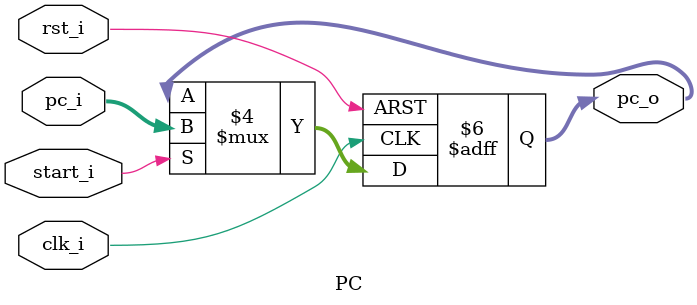
<source format=v>
module PC (
    clk_i, rst_i, start_i, pc_i, pc_o
);

// Ports
input               clk_i;
input               rst_i;
input               start_i;
input   [31:0]      pc_i;
output  [31:0]      pc_o;

// Wires & Registers
reg     [31:0]      pc_o;


always@( posedge clk_i or negedge rst_i ) begin
    if ( ~rst_i ) begin
        pc_o <= 32'b0;
    end
    else begin
        if ( start_i )
            pc_o <= pc_i;
        else
            pc_o <= pc_o;
    end
end

endmodule

</source>
